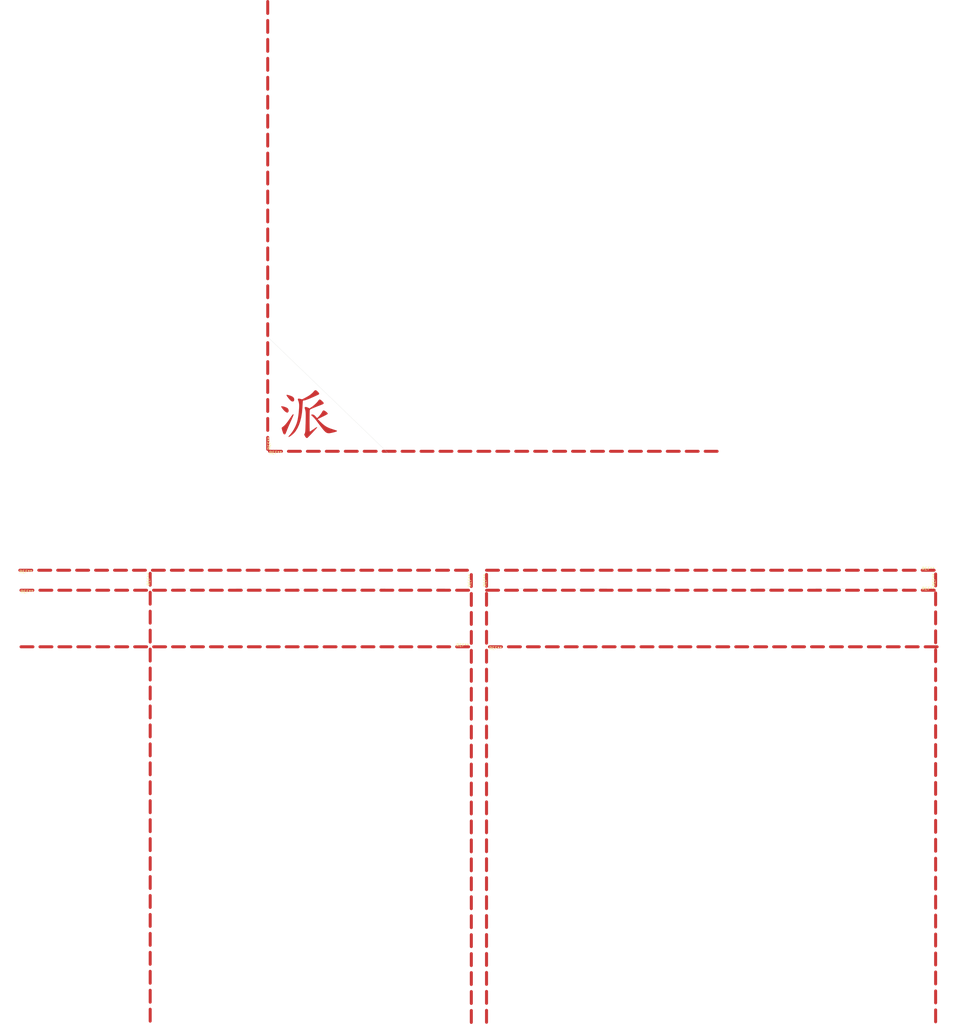
<source format=kicad_pcb>
(kicad_pcb (version 20171130) (host pcbnew 5.1.5+dfsg1-2build2)

  (general
    (thickness 1.6)
    (drawings 185)
    (tracks 0)
    (zones 0)
    (modules 13)
    (nets 1)
  )

  (page A4)
  (layers
    (0 F.Cu signal)
    (31 B.Cu signal)
    (32 B.Adhes user)
    (33 F.Adhes user)
    (34 B.Paste user)
    (35 F.Paste user)
    (36 B.SilkS user)
    (37 F.SilkS user)
    (38 B.Mask user)
    (39 F.Mask user)
    (40 Dwgs.User user)
    (41 Cmts.User user)
    (42 Eco1.User user)
    (43 Eco2.User user)
    (44 Edge.Cuts user)
    (45 Margin user)
    (46 B.CrtYd user)
    (47 F.CrtYd user)
    (48 B.Fab user)
    (49 F.Fab user)
  )

  (setup
    (last_trace_width 0.35)
    (trace_clearance 0.25)
    (zone_clearance 0.508)
    (zone_45_only no)
    (trace_min 0.3)
    (via_size 0.8)
    (via_drill 0.4)
    (via_min_size 0.5)
    (via_min_drill 0.4)
    (uvia_size 0.3)
    (uvia_drill 0.1)
    (uvias_allowed no)
    (uvia_min_size 0.2)
    (uvia_min_drill 0.1)
    (edge_width 0.05)
    (segment_width 0.2)
    (pcb_text_width 0.3)
    (pcb_text_size 1.5 1.5)
    (mod_edge_width 0.12)
    (mod_text_size 1 1)
    (mod_text_width 0.15)
    (pad_size 1.524 1.524)
    (pad_drill 0.762)
    (pad_to_mask_clearance 0.051)
    (solder_mask_min_width 0.25)
    (aux_axis_origin 0 0)
    (visible_elements FFFFFF7F)
    (pcbplotparams
      (layerselection 0x010fc_ffffffff)
      (usegerberextensions false)
      (usegerberattributes false)
      (usegerberadvancedattributes false)
      (creategerberjobfile false)
      (excludeedgelayer true)
      (linewidth 0.100000)
      (plotframeref false)
      (viasonmask false)
      (mode 1)
      (useauxorigin false)
      (hpglpennumber 1)
      (hpglpenspeed 20)
      (hpglpendiameter 15.000000)
      (psnegative false)
      (psa4output false)
      (plotreference true)
      (plotvalue true)
      (plotinvisibletext false)
      (padsonsilk false)
      (subtractmaskfromsilk false)
      (outputformat 1)
      (mirror false)
      (drillshape 1)
      (scaleselection 1)
      (outputdirectory ""))
  )

  (net 0 "")

  (net_class Default "This is the default net class."
    (clearance 0.25)
    (trace_width 0.35)
    (via_dia 0.8)
    (via_drill 0.4)
    (uvia_dia 0.3)
    (uvia_drill 0.1)
    (diff_pair_width 0.3)
    (diff_pair_gap 0.25)
  )

  (net_class Power ""
    (clearance 0.25)
    (trace_width 0.45)
    (via_dia 1)
    (via_drill 0.4)
    (uvia_dia 0.3)
    (uvia_drill 0.1)
    (diff_pair_width 0.3)
    (diff_pair_gap 0.25)
  )

  (module Digi:Long_Pad_single_sided (layer F.Cu) (tedit 5F2CBB43) (tstamp 5F2E20DA)
    (at 280.25 137.4 270)
    (fp_text reference REF** (at 0 0.5 90) (layer F.SilkS)
      (effects (font (size 1 1) (thickness 0.15)))
    )
    (fp_text value Long_Pad_single_sided (at 0 -0.5 90) (layer F.Fab)
      (effects (font (size 1 1) (thickness 0.15)))
    )
    (pad 1 smd oval (at 146.05 0 270) (size 5 1) (layers F.Cu F.Paste F.Mask))
    (pad 1 smd oval (at 139.7 0 270) (size 5 1) (layers F.Cu F.Paste F.Mask))
    (pad 1 smd oval (at 133.35 0 270) (size 5 1) (layers F.Cu F.Paste F.Mask))
    (pad 1 smd oval (at 127 0 270) (size 5 1) (layers F.Cu F.Paste F.Mask))
    (pad 1 smd oval (at 120.65 0 270) (size 5 1) (layers F.Cu F.Paste F.Mask))
    (pad 1 smd oval (at 114.3 0 270) (size 5 1) (layers F.Cu F.Paste F.Mask))
    (pad 1 smd oval (at 107.95 0 270) (size 5 1) (layers F.Cu F.Paste F.Mask))
    (pad 1 smd oval (at 101.6 0 270) (size 5 1) (layers F.Cu F.Paste F.Mask))
    (pad 1 smd oval (at 95.25 0 270) (size 5 1) (layers F.Cu F.Paste F.Mask))
    (pad 1 smd oval (at 88.9 0 270) (size 5 1) (layers F.Cu F.Paste F.Mask))
    (pad 1 smd oval (at 82.55 0 270) (size 5 1) (layers F.Cu F.Paste F.Mask))
    (pad 1 smd oval (at 76.2 0 270) (size 5 1) (layers F.Cu F.Paste F.Mask))
    (pad 1 smd oval (at 69.85 0 270) (size 5 1) (layers F.Cu F.Paste F.Mask))
    (pad 1 smd oval (at 63.5 0 270) (size 5 1) (layers F.Cu F.Paste F.Mask))
    (pad 1 smd oval (at 57.15 0 270) (size 5 1) (layers F.Cu F.Paste F.Mask))
    (pad 1 smd oval (at 50.8 0 270) (size 5 1) (layers F.Cu F.Paste F.Mask))
    (pad 1 smd oval (at 44.45 0 270) (size 5 1) (layers F.Cu F.Paste F.Mask))
    (pad 1 smd oval (at 38.1 0 270) (size 5 1) (layers F.Cu F.Paste F.Mask))
    (pad 1 smd oval (at 31.75 0 270) (size 5 1) (layers F.Cu F.Paste F.Mask))
    (pad 1 smd oval (at 25.4 0 270) (size 5 1) (layers F.Cu F.Paste F.Mask))
    (pad 1 smd oval (at 19.05 0 270) (size 5 1) (layers F.Cu F.Paste F.Mask))
    (pad 1 smd oval (at 12.7 0 270) (size 5 1) (layers F.Cu F.Paste F.Mask))
    (pad 1 smd oval (at 6.35 0 270) (size 5 1) (layers F.Cu F.Paste F.Mask))
    (pad 1 smd oval (at 0 0 270) (size 5 1) (layers F.Cu F.Paste F.Mask))
  )

  (module Digi:Long_Pad_single_sided (layer F.Cu) (tedit 5F2CBB43) (tstamp 5F2D187A)
    (at 56.35 91.65 90)
    (fp_text reference REF** (at 0 0.5 90) (layer F.SilkS)
      (effects (font (size 1 1) (thickness 0.15)))
    )
    (fp_text value Long_Pad_single_sided (at 0 -0.5 90) (layer F.Fab)
      (effects (font (size 1 1) (thickness 0.15)))
    )
    (pad 1 smd oval (at 0 0 90) (size 5 1) (layers F.Cu F.Paste F.Mask))
    (pad 1 smd oval (at 6.35 0 90) (size 5 1) (layers F.Cu F.Paste F.Mask))
    (pad 1 smd oval (at 12.7 0 90) (size 5 1) (layers F.Cu F.Paste F.Mask))
    (pad 1 smd oval (at 19.05 0 90) (size 5 1) (layers F.Cu F.Paste F.Mask))
    (pad 1 smd oval (at 25.4 0 90) (size 5 1) (layers F.Cu F.Paste F.Mask))
    (pad 1 smd oval (at 31.75 0 90) (size 5 1) (layers F.Cu F.Paste F.Mask))
    (pad 1 smd oval (at 38.1 0 90) (size 5 1) (layers F.Cu F.Paste F.Mask))
    (pad 1 smd oval (at 44.45 0 90) (size 5 1) (layers F.Cu F.Paste F.Mask))
    (pad 1 smd oval (at 50.8 0 90) (size 5 1) (layers F.Cu F.Paste F.Mask))
    (pad 1 smd oval (at 57.15 0 90) (size 5 1) (layers F.Cu F.Paste F.Mask))
    (pad 1 smd oval (at 63.5 0 90) (size 5 1) (layers F.Cu F.Paste F.Mask))
    (pad 1 smd oval (at 69.85 0 90) (size 5 1) (layers F.Cu F.Paste F.Mask))
    (pad 1 smd oval (at 76.2 0 90) (size 5 1) (layers F.Cu F.Paste F.Mask))
    (pad 1 smd oval (at 82.55 0 90) (size 5 1) (layers F.Cu F.Paste F.Mask))
    (pad 1 smd oval (at 88.9 0 90) (size 5 1) (layers F.Cu F.Paste F.Mask))
    (pad 1 smd oval (at 95.25 0 90) (size 5 1) (layers F.Cu F.Paste F.Mask))
    (pad 1 smd oval (at 101.6 0 90) (size 5 1) (layers F.Cu F.Paste F.Mask))
    (pad 1 smd oval (at 107.95 0 90) (size 5 1) (layers F.Cu F.Paste F.Mask))
    (pad 1 smd oval (at 114.3 0 90) (size 5 1) (layers F.Cu F.Paste F.Mask))
    (pad 1 smd oval (at 120.65 0 90) (size 5 1) (layers F.Cu F.Paste F.Mask))
    (pad 1 smd oval (at 127 0 90) (size 5 1) (layers F.Cu F.Paste F.Mask))
    (pad 1 smd oval (at 133.35 0 90) (size 5 1) (layers F.Cu F.Paste F.Mask))
    (pad 1 smd oval (at 139.7 0 90) (size 5 1) (layers F.Cu F.Paste F.Mask))
    (pad 1 smd oval (at 146.05 0 90) (size 5 1) (layers F.Cu F.Paste F.Mask))
  )

  (module Digi:Long_Pad_single_sided (layer F.Cu) (tedit 5F2CBB43) (tstamp 5F2D187A)
    (at 58.95 94.3)
    (fp_text reference REF** (at 0 0.5) (layer F.SilkS)
      (effects (font (size 1 1) (thickness 0.15)))
    )
    (fp_text value Long_Pad_single_sided (at 0 -0.5) (layer F.Fab)
      (effects (font (size 1 1) (thickness 0.15)))
    )
    (pad 1 smd oval (at 0 0) (size 5 1) (layers F.Cu F.Paste F.Mask))
    (pad 1 smd oval (at 6.35 0) (size 5 1) (layers F.Cu F.Paste F.Mask))
    (pad 1 smd oval (at 12.7 0) (size 5 1) (layers F.Cu F.Paste F.Mask))
    (pad 1 smd oval (at 19.05 0) (size 5 1) (layers F.Cu F.Paste F.Mask))
    (pad 1 smd oval (at 25.4 0) (size 5 1) (layers F.Cu F.Paste F.Mask))
    (pad 1 smd oval (at 31.75 0) (size 5 1) (layers F.Cu F.Paste F.Mask))
    (pad 1 smd oval (at 38.1 0) (size 5 1) (layers F.Cu F.Paste F.Mask))
    (pad 1 smd oval (at 44.45 0) (size 5 1) (layers F.Cu F.Paste F.Mask))
    (pad 1 smd oval (at 50.8 0) (size 5 1) (layers F.Cu F.Paste F.Mask))
    (pad 1 smd oval (at 57.15 0) (size 5 1) (layers F.Cu F.Paste F.Mask))
    (pad 1 smd oval (at 63.5 0) (size 5 1) (layers F.Cu F.Paste F.Mask))
    (pad 1 smd oval (at 69.85 0) (size 5 1) (layers F.Cu F.Paste F.Mask))
    (pad 1 smd oval (at 76.2 0) (size 5 1) (layers F.Cu F.Paste F.Mask))
    (pad 1 smd oval (at 82.55 0) (size 5 1) (layers F.Cu F.Paste F.Mask))
    (pad 1 smd oval (at 88.9 0) (size 5 1) (layers F.Cu F.Paste F.Mask))
    (pad 1 smd oval (at 95.25 0) (size 5 1) (layers F.Cu F.Paste F.Mask))
    (pad 1 smd oval (at 101.6 0) (size 5 1) (layers F.Cu F.Paste F.Mask))
    (pad 1 smd oval (at 107.95 0) (size 5 1) (layers F.Cu F.Paste F.Mask))
    (pad 1 smd oval (at 114.3 0) (size 5 1) (layers F.Cu F.Paste F.Mask))
    (pad 1 smd oval (at 120.65 0) (size 5 1) (layers F.Cu F.Paste F.Mask))
    (pad 1 smd oval (at 127 0) (size 5 1) (layers F.Cu F.Paste F.Mask))
    (pad 1 smd oval (at 133.35 0) (size 5 1) (layers F.Cu F.Paste F.Mask))
    (pad 1 smd oval (at 139.7 0) (size 5 1) (layers F.Cu F.Paste F.Mask))
    (pad 1 smd oval (at 146.05 0) (size 5 1) (layers F.Cu F.Paste F.Mask))
  )

  (module Digi:Long_Pad_single_sided (layer F.Cu) (tedit 5F2CBB43) (tstamp 5F2D187A)
    (at 121.7 159.8 180)
    (fp_text reference REF** (at 0 0.5) (layer F.SilkS)
      (effects (font (size 1 1) (thickness 0.15)))
    )
    (fp_text value Long_Pad_single_sided (at 0 -0.5) (layer F.Fab)
      (effects (font (size 1 1) (thickness 0.15)))
    )
    (pad 1 smd oval (at 0 0 180) (size 5 1) (layers F.Cu F.Paste F.Mask))
    (pad 1 smd oval (at 6.35 0 180) (size 5 1) (layers F.Cu F.Paste F.Mask))
    (pad 1 smd oval (at 12.7 0 180) (size 5 1) (layers F.Cu F.Paste F.Mask))
    (pad 1 smd oval (at 19.05 0 180) (size 5 1) (layers F.Cu F.Paste F.Mask))
    (pad 1 smd oval (at 25.4 0 180) (size 5 1) (layers F.Cu F.Paste F.Mask))
    (pad 1 smd oval (at 31.75 0 180) (size 5 1) (layers F.Cu F.Paste F.Mask))
    (pad 1 smd oval (at 38.1 0 180) (size 5 1) (layers F.Cu F.Paste F.Mask))
    (pad 1 smd oval (at 44.45 0 180) (size 5 1) (layers F.Cu F.Paste F.Mask))
    (pad 1 smd oval (at 50.8 0 180) (size 5 1) (layers F.Cu F.Paste F.Mask))
    (pad 1 smd oval (at 57.15 0 180) (size 5 1) (layers F.Cu F.Paste F.Mask))
    (pad 1 smd oval (at 63.5 0 180) (size 5 1) (layers F.Cu F.Paste F.Mask))
    (pad 1 smd oval (at 69.85 0 180) (size 5 1) (layers F.Cu F.Paste F.Mask))
    (pad 1 smd oval (at 76.2 0 180) (size 5 1) (layers F.Cu F.Paste F.Mask))
    (pad 1 smd oval (at 82.55 0 180) (size 5 1) (layers F.Cu F.Paste F.Mask))
    (pad 1 smd oval (at 88.9 0 180) (size 5 1) (layers F.Cu F.Paste F.Mask))
    (pad 1 smd oval (at 95.25 0 180) (size 5 1) (layers F.Cu F.Paste F.Mask))
    (pad 1 smd oval (at 101.6 0 180) (size 5 1) (layers F.Cu F.Paste F.Mask))
    (pad 1 smd oval (at 107.95 0 180) (size 5 1) (layers F.Cu F.Paste F.Mask))
    (pad 1 smd oval (at 114.3 0 180) (size 5 1) (layers F.Cu F.Paste F.Mask))
    (pad 1 smd oval (at 120.65 0 180) (size 5 1) (layers F.Cu F.Paste F.Mask))
    (pad 1 smd oval (at 127 0 180) (size 5 1) (layers F.Cu F.Paste F.Mask))
    (pad 1 smd oval (at 133.35 0 180) (size 5 1) (layers F.Cu F.Paste F.Mask))
    (pad 1 smd oval (at 139.7 0 180) (size 5 1) (layers F.Cu F.Paste F.Mask))
    (pad 1 smd oval (at 146.05 0 180) (size 5 1) (layers F.Cu F.Paste F.Mask))
  )

  (module Digi:Long_Pad_single_sided (layer F.Cu) (tedit 5F2CBB43) (tstamp 5F2D187A)
    (at 132.7 159.8)
    (fp_text reference REF** (at 0 0.5) (layer F.SilkS)
      (effects (font (size 1 1) (thickness 0.15)))
    )
    (fp_text value Long_Pad_single_sided (at 0 -0.5) (layer F.Fab)
      (effects (font (size 1 1) (thickness 0.15)))
    )
    (pad 1 smd oval (at 0 0) (size 5 1) (layers F.Cu F.Paste F.Mask))
    (pad 1 smd oval (at 6.35 0) (size 5 1) (layers F.Cu F.Paste F.Mask))
    (pad 1 smd oval (at 12.7 0) (size 5 1) (layers F.Cu F.Paste F.Mask))
    (pad 1 smd oval (at 19.05 0) (size 5 1) (layers F.Cu F.Paste F.Mask))
    (pad 1 smd oval (at 25.4 0) (size 5 1) (layers F.Cu F.Paste F.Mask))
    (pad 1 smd oval (at 31.75 0) (size 5 1) (layers F.Cu F.Paste F.Mask))
    (pad 1 smd oval (at 38.1 0) (size 5 1) (layers F.Cu F.Paste F.Mask))
    (pad 1 smd oval (at 44.45 0) (size 5 1) (layers F.Cu F.Paste F.Mask))
    (pad 1 smd oval (at 50.8 0) (size 5 1) (layers F.Cu F.Paste F.Mask))
    (pad 1 smd oval (at 57.15 0) (size 5 1) (layers F.Cu F.Paste F.Mask))
    (pad 1 smd oval (at 63.5 0) (size 5 1) (layers F.Cu F.Paste F.Mask))
    (pad 1 smd oval (at 69.85 0) (size 5 1) (layers F.Cu F.Paste F.Mask))
    (pad 1 smd oval (at 76.2 0) (size 5 1) (layers F.Cu F.Paste F.Mask))
    (pad 1 smd oval (at 82.55 0) (size 5 1) (layers F.Cu F.Paste F.Mask))
    (pad 1 smd oval (at 88.9 0) (size 5 1) (layers F.Cu F.Paste F.Mask))
    (pad 1 smd oval (at 95.25 0) (size 5 1) (layers F.Cu F.Paste F.Mask))
    (pad 1 smd oval (at 101.6 0) (size 5 1) (layers F.Cu F.Paste F.Mask))
    (pad 1 smd oval (at 107.95 0) (size 5 1) (layers F.Cu F.Paste F.Mask))
    (pad 1 smd oval (at 114.3 0) (size 5 1) (layers F.Cu F.Paste F.Mask))
    (pad 1 smd oval (at 120.65 0) (size 5 1) (layers F.Cu F.Paste F.Mask))
    (pad 1 smd oval (at 127 0) (size 5 1) (layers F.Cu F.Paste F.Mask))
    (pad 1 smd oval (at 133.35 0) (size 5 1) (layers F.Cu F.Paste F.Mask))
    (pad 1 smd oval (at 139.7 0) (size 5 1) (layers F.Cu F.Paste F.Mask))
    (pad 1 smd oval (at 146.05 0) (size 5 1) (layers F.Cu F.Paste F.Mask))
  )

  (module Digi:Long_Pad_single_sided (layer F.Cu) (tedit 5F2CBB43) (tstamp 5F2D187A)
    (at -24.375 140.85)
    (fp_text reference REF** (at 0 0.5) (layer F.SilkS)
      (effects (font (size 1 1) (thickness 0.15)))
    )
    (fp_text value Long_Pad_single_sided (at 0 -0.5) (layer F.Fab)
      (effects (font (size 1 1) (thickness 0.15)))
    )
    (pad 1 smd oval (at 0 0) (size 5 1) (layers F.Cu F.Paste F.Mask))
    (pad 1 smd oval (at 6.35 0) (size 5 1) (layers F.Cu F.Paste F.Mask))
    (pad 1 smd oval (at 12.7 0) (size 5 1) (layers F.Cu F.Paste F.Mask))
    (pad 1 smd oval (at 19.05 0) (size 5 1) (layers F.Cu F.Paste F.Mask))
    (pad 1 smd oval (at 25.4 0) (size 5 1) (layers F.Cu F.Paste F.Mask))
    (pad 1 smd oval (at 31.75 0) (size 5 1) (layers F.Cu F.Paste F.Mask))
    (pad 1 smd oval (at 38.1 0) (size 5 1) (layers F.Cu F.Paste F.Mask))
    (pad 1 smd oval (at 44.45 0) (size 5 1) (layers F.Cu F.Paste F.Mask))
    (pad 1 smd oval (at 50.8 0) (size 5 1) (layers F.Cu F.Paste F.Mask))
    (pad 1 smd oval (at 57.15 0) (size 5 1) (layers F.Cu F.Paste F.Mask))
    (pad 1 smd oval (at 63.5 0) (size 5 1) (layers F.Cu F.Paste F.Mask))
    (pad 1 smd oval (at 69.85 0) (size 5 1) (layers F.Cu F.Paste F.Mask))
    (pad 1 smd oval (at 76.2 0) (size 5 1) (layers F.Cu F.Paste F.Mask))
    (pad 1 smd oval (at 82.55 0) (size 5 1) (layers F.Cu F.Paste F.Mask))
    (pad 1 smd oval (at 88.9 0) (size 5 1) (layers F.Cu F.Paste F.Mask))
    (pad 1 smd oval (at 95.25 0) (size 5 1) (layers F.Cu F.Paste F.Mask))
    (pad 1 smd oval (at 101.6 0) (size 5 1) (layers F.Cu F.Paste F.Mask))
    (pad 1 smd oval (at 107.95 0) (size 5 1) (layers F.Cu F.Paste F.Mask))
    (pad 1 smd oval (at 114.3 0) (size 5 1) (layers F.Cu F.Paste F.Mask))
    (pad 1 smd oval (at 120.65 0) (size 5 1) (layers F.Cu F.Paste F.Mask))
    (pad 1 smd oval (at 127 0) (size 5 1) (layers F.Cu F.Paste F.Mask))
    (pad 1 smd oval (at 133.35 0) (size 5 1) (layers F.Cu F.Paste F.Mask))
    (pad 1 smd oval (at 139.7 0) (size 5 1) (layers F.Cu F.Paste F.Mask))
    (pad 1 smd oval (at 146.05 0) (size 5 1) (layers F.Cu F.Paste F.Mask))
  )

  (module Digi:Long_Pad_single_sided (layer F.Cu) (tedit 5F2CBB43) (tstamp 5F2D187A)
    (at 16.95 137.175 270)
    (fp_text reference REF** (at 0 0.5 90) (layer F.SilkS)
      (effects (font (size 1 1) (thickness 0.15)))
    )
    (fp_text value Long_Pad_single_sided (at 0 -0.5 90) (layer F.Fab)
      (effects (font (size 1 1) (thickness 0.15)))
    )
    (pad 1 smd oval (at 0 0 270) (size 5 1) (layers F.Cu F.Paste F.Mask))
    (pad 1 smd oval (at 6.35 0 270) (size 5 1) (layers F.Cu F.Paste F.Mask))
    (pad 1 smd oval (at 12.7 0 270) (size 5 1) (layers F.Cu F.Paste F.Mask))
    (pad 1 smd oval (at 19.05 0 270) (size 5 1) (layers F.Cu F.Paste F.Mask))
    (pad 1 smd oval (at 25.4 0 270) (size 5 1) (layers F.Cu F.Paste F.Mask))
    (pad 1 smd oval (at 31.75 0 270) (size 5 1) (layers F.Cu F.Paste F.Mask))
    (pad 1 smd oval (at 38.1 0 270) (size 5 1) (layers F.Cu F.Paste F.Mask))
    (pad 1 smd oval (at 44.45 0 270) (size 5 1) (layers F.Cu F.Paste F.Mask))
    (pad 1 smd oval (at 50.8 0 270) (size 5 1) (layers F.Cu F.Paste F.Mask))
    (pad 1 smd oval (at 57.15 0 270) (size 5 1) (layers F.Cu F.Paste F.Mask))
    (pad 1 smd oval (at 63.5 0 270) (size 5 1) (layers F.Cu F.Paste F.Mask))
    (pad 1 smd oval (at 69.85 0 270) (size 5 1) (layers F.Cu F.Paste F.Mask))
    (pad 1 smd oval (at 76.2 0 270) (size 5 1) (layers F.Cu F.Paste F.Mask))
    (pad 1 smd oval (at 82.55 0 270) (size 5 1) (layers F.Cu F.Paste F.Mask))
    (pad 1 smd oval (at 88.9 0 270) (size 5 1) (layers F.Cu F.Paste F.Mask))
    (pad 1 smd oval (at 95.25 0 270) (size 5 1) (layers F.Cu F.Paste F.Mask))
    (pad 1 smd oval (at 101.6 0 270) (size 5 1) (layers F.Cu F.Paste F.Mask))
    (pad 1 smd oval (at 107.95 0 270) (size 5 1) (layers F.Cu F.Paste F.Mask))
    (pad 1 smd oval (at 114.3 0 270) (size 5 1) (layers F.Cu F.Paste F.Mask))
    (pad 1 smd oval (at 120.65 0 270) (size 5 1) (layers F.Cu F.Paste F.Mask))
    (pad 1 smd oval (at 127 0 270) (size 5 1) (layers F.Cu F.Paste F.Mask))
    (pad 1 smd oval (at 133.35 0 270) (size 5 1) (layers F.Cu F.Paste F.Mask))
    (pad 1 smd oval (at 139.7 0 270) (size 5 1) (layers F.Cu F.Paste F.Mask))
    (pad 1 smd oval (at 146.05 0 270) (size 5 1) (layers F.Cu F.Paste F.Mask))
  )

  (module Digi:Long_Pad_single_sided (layer F.Cu) (tedit 5F2CBB43) (tstamp 5F2D187A)
    (at 124.6 137.6 270)
    (fp_text reference REF** (at 0 0.5 90) (layer F.SilkS)
      (effects (font (size 1 1) (thickness 0.15)))
    )
    (fp_text value Long_Pad_single_sided (at 0 -0.5 90) (layer F.Fab)
      (effects (font (size 1 1) (thickness 0.15)))
    )
    (pad 1 smd oval (at 0 0 270) (size 5 1) (layers F.Cu F.Paste F.Mask))
    (pad 1 smd oval (at 6.35 0 270) (size 5 1) (layers F.Cu F.Paste F.Mask))
    (pad 1 smd oval (at 12.7 0 270) (size 5 1) (layers F.Cu F.Paste F.Mask))
    (pad 1 smd oval (at 19.05 0 270) (size 5 1) (layers F.Cu F.Paste F.Mask))
    (pad 1 smd oval (at 25.4 0 270) (size 5 1) (layers F.Cu F.Paste F.Mask))
    (pad 1 smd oval (at 31.75 0 270) (size 5 1) (layers F.Cu F.Paste F.Mask))
    (pad 1 smd oval (at 38.1 0 270) (size 5 1) (layers F.Cu F.Paste F.Mask))
    (pad 1 smd oval (at 44.45 0 270) (size 5 1) (layers F.Cu F.Paste F.Mask))
    (pad 1 smd oval (at 50.8 0 270) (size 5 1) (layers F.Cu F.Paste F.Mask))
    (pad 1 smd oval (at 57.15 0 270) (size 5 1) (layers F.Cu F.Paste F.Mask))
    (pad 1 smd oval (at 63.5 0 270) (size 5 1) (layers F.Cu F.Paste F.Mask))
    (pad 1 smd oval (at 69.85 0 270) (size 5 1) (layers F.Cu F.Paste F.Mask))
    (pad 1 smd oval (at 76.2 0 270) (size 5 1) (layers F.Cu F.Paste F.Mask))
    (pad 1 smd oval (at 82.55 0 270) (size 5 1) (layers F.Cu F.Paste F.Mask))
    (pad 1 smd oval (at 88.9 0 270) (size 5 1) (layers F.Cu F.Paste F.Mask))
    (pad 1 smd oval (at 95.25 0 270) (size 5 1) (layers F.Cu F.Paste F.Mask))
    (pad 1 smd oval (at 101.6 0 270) (size 5 1) (layers F.Cu F.Paste F.Mask))
    (pad 1 smd oval (at 107.95 0 270) (size 5 1) (layers F.Cu F.Paste F.Mask))
    (pad 1 smd oval (at 114.3 0 270) (size 5 1) (layers F.Cu F.Paste F.Mask))
    (pad 1 smd oval (at 120.65 0 270) (size 5 1) (layers F.Cu F.Paste F.Mask))
    (pad 1 smd oval (at 127 0 270) (size 5 1) (layers F.Cu F.Paste F.Mask))
    (pad 1 smd oval (at 133.35 0 270) (size 5 1) (layers F.Cu F.Paste F.Mask))
    (pad 1 smd oval (at 139.7 0 270) (size 5 1) (layers F.Cu F.Paste F.Mask))
    (pad 1 smd oval (at 146.05 0 270) (size 5 1) (layers F.Cu F.Paste F.Mask))
  )

  (module Digi:Long_Pad_single_sided (layer F.Cu) (tedit 5F2CBB43) (tstamp 5F2D187A)
    (at -24.75 134.15)
    (fp_text reference REF** (at 0 0.5) (layer F.SilkS)
      (effects (font (size 1 1) (thickness 0.15)))
    )
    (fp_text value Long_Pad_single_sided (at 0 -0.5) (layer F.Fab)
      (effects (font (size 1 1) (thickness 0.15)))
    )
    (pad 1 smd oval (at 0 0) (size 5 1) (layers F.Cu F.Paste F.Mask))
    (pad 1 smd oval (at 6.35 0) (size 5 1) (layers F.Cu F.Paste F.Mask))
    (pad 1 smd oval (at 12.7 0) (size 5 1) (layers F.Cu F.Paste F.Mask))
    (pad 1 smd oval (at 19.05 0) (size 5 1) (layers F.Cu F.Paste F.Mask))
    (pad 1 smd oval (at 25.4 0) (size 5 1) (layers F.Cu F.Paste F.Mask))
    (pad 1 smd oval (at 31.75 0) (size 5 1) (layers F.Cu F.Paste F.Mask))
    (pad 1 smd oval (at 38.1 0) (size 5 1) (layers F.Cu F.Paste F.Mask))
    (pad 1 smd oval (at 44.45 0) (size 5 1) (layers F.Cu F.Paste F.Mask))
    (pad 1 smd oval (at 50.8 0) (size 5 1) (layers F.Cu F.Paste F.Mask))
    (pad 1 smd oval (at 57.15 0) (size 5 1) (layers F.Cu F.Paste F.Mask))
    (pad 1 smd oval (at 63.5 0) (size 5 1) (layers F.Cu F.Paste F.Mask))
    (pad 1 smd oval (at 69.85 0) (size 5 1) (layers F.Cu F.Paste F.Mask))
    (pad 1 smd oval (at 76.2 0) (size 5 1) (layers F.Cu F.Paste F.Mask))
    (pad 1 smd oval (at 82.55 0) (size 5 1) (layers F.Cu F.Paste F.Mask))
    (pad 1 smd oval (at 88.9 0) (size 5 1) (layers F.Cu F.Paste F.Mask))
    (pad 1 smd oval (at 95.25 0) (size 5 1) (layers F.Cu F.Paste F.Mask))
    (pad 1 smd oval (at 101.6 0) (size 5 1) (layers F.Cu F.Paste F.Mask))
    (pad 1 smd oval (at 107.95 0) (size 5 1) (layers F.Cu F.Paste F.Mask))
    (pad 1 smd oval (at 114.3 0) (size 5 1) (layers F.Cu F.Paste F.Mask))
    (pad 1 smd oval (at 120.65 0) (size 5 1) (layers F.Cu F.Paste F.Mask))
    (pad 1 smd oval (at 127 0) (size 5 1) (layers F.Cu F.Paste F.Mask))
    (pad 1 smd oval (at 133.35 0) (size 5 1) (layers F.Cu F.Paste F.Mask))
    (pad 1 smd oval (at 139.7 0) (size 5 1) (layers F.Cu F.Paste F.Mask))
    (pad 1 smd oval (at 146.05 0) (size 5 1) (layers F.Cu F.Paste F.Mask))
  )

  (module Digi:Long_Pad_single_sided (layer F.Cu) (tedit 5F2CBB43) (tstamp 5F2D187A)
    (at 129.7 137.55 270)
    (fp_text reference REF** (at 0 0.5 90) (layer F.SilkS)
      (effects (font (size 1 1) (thickness 0.15)))
    )
    (fp_text value Long_Pad_single_sided (at 0 -0.5 90) (layer F.Fab)
      (effects (font (size 1 1) (thickness 0.15)))
    )
    (pad 1 smd oval (at 0 0 270) (size 5 1) (layers F.Cu F.Paste F.Mask))
    (pad 1 smd oval (at 6.35 0 270) (size 5 1) (layers F.Cu F.Paste F.Mask))
    (pad 1 smd oval (at 12.7 0 270) (size 5 1) (layers F.Cu F.Paste F.Mask))
    (pad 1 smd oval (at 19.05 0 270) (size 5 1) (layers F.Cu F.Paste F.Mask))
    (pad 1 smd oval (at 25.4 0 270) (size 5 1) (layers F.Cu F.Paste F.Mask))
    (pad 1 smd oval (at 31.75 0 270) (size 5 1) (layers F.Cu F.Paste F.Mask))
    (pad 1 smd oval (at 38.1 0 270) (size 5 1) (layers F.Cu F.Paste F.Mask))
    (pad 1 smd oval (at 44.45 0 270) (size 5 1) (layers F.Cu F.Paste F.Mask))
    (pad 1 smd oval (at 50.8 0 270) (size 5 1) (layers F.Cu F.Paste F.Mask))
    (pad 1 smd oval (at 57.15 0 270) (size 5 1) (layers F.Cu F.Paste F.Mask))
    (pad 1 smd oval (at 63.5 0 270) (size 5 1) (layers F.Cu F.Paste F.Mask))
    (pad 1 smd oval (at 69.85 0 270) (size 5 1) (layers F.Cu F.Paste F.Mask))
    (pad 1 smd oval (at 76.2 0 270) (size 5 1) (layers F.Cu F.Paste F.Mask))
    (pad 1 smd oval (at 82.55 0 270) (size 5 1) (layers F.Cu F.Paste F.Mask))
    (pad 1 smd oval (at 88.9 0 270) (size 5 1) (layers F.Cu F.Paste F.Mask))
    (pad 1 smd oval (at 95.25 0 270) (size 5 1) (layers F.Cu F.Paste F.Mask))
    (pad 1 smd oval (at 101.6 0 270) (size 5 1) (layers F.Cu F.Paste F.Mask))
    (pad 1 smd oval (at 107.95 0 270) (size 5 1) (layers F.Cu F.Paste F.Mask))
    (pad 1 smd oval (at 114.3 0 270) (size 5 1) (layers F.Cu F.Paste F.Mask))
    (pad 1 smd oval (at 120.65 0 270) (size 5 1) (layers F.Cu F.Paste F.Mask))
    (pad 1 smd oval (at 127 0 270) (size 5 1) (layers F.Cu F.Paste F.Mask))
    (pad 1 smd oval (at 133.35 0 270) (size 5 1) (layers F.Cu F.Paste F.Mask))
    (pad 1 smd oval (at 139.7 0 270) (size 5 1) (layers F.Cu F.Paste F.Mask))
    (pad 1 smd oval (at 146.05 0 270) (size 5 1) (layers F.Cu F.Paste F.Mask))
  )

  (module Digi:Long_Pad_single_sided (layer F.Cu) (tedit 5F2CBB43) (tstamp 5F2D187A)
    (at 277.775 140.85 180)
    (fp_text reference REF** (at 0 0.5) (layer F.SilkS)
      (effects (font (size 1 1) (thickness 0.15)))
    )
    (fp_text value Long_Pad_single_sided (at 0 -0.5) (layer F.Fab)
      (effects (font (size 1 1) (thickness 0.15)))
    )
    (pad 1 smd oval (at 0 0 180) (size 5 1) (layers F.Cu F.Paste F.Mask))
    (pad 1 smd oval (at 6.35 0 180) (size 5 1) (layers F.Cu F.Paste F.Mask))
    (pad 1 smd oval (at 12.7 0 180) (size 5 1) (layers F.Cu F.Paste F.Mask))
    (pad 1 smd oval (at 19.05 0 180) (size 5 1) (layers F.Cu F.Paste F.Mask))
    (pad 1 smd oval (at 25.4 0 180) (size 5 1) (layers F.Cu F.Paste F.Mask))
    (pad 1 smd oval (at 31.75 0 180) (size 5 1) (layers F.Cu F.Paste F.Mask))
    (pad 1 smd oval (at 38.1 0 180) (size 5 1) (layers F.Cu F.Paste F.Mask))
    (pad 1 smd oval (at 44.45 0 180) (size 5 1) (layers F.Cu F.Paste F.Mask))
    (pad 1 smd oval (at 50.8 0 180) (size 5 1) (layers F.Cu F.Paste F.Mask))
    (pad 1 smd oval (at 57.15 0 180) (size 5 1) (layers F.Cu F.Paste F.Mask))
    (pad 1 smd oval (at 63.5 0 180) (size 5 1) (layers F.Cu F.Paste F.Mask))
    (pad 1 smd oval (at 69.85 0 180) (size 5 1) (layers F.Cu F.Paste F.Mask))
    (pad 1 smd oval (at 76.2 0 180) (size 5 1) (layers F.Cu F.Paste F.Mask))
    (pad 1 smd oval (at 82.55 0 180) (size 5 1) (layers F.Cu F.Paste F.Mask))
    (pad 1 smd oval (at 88.9 0 180) (size 5 1) (layers F.Cu F.Paste F.Mask))
    (pad 1 smd oval (at 95.25 0 180) (size 5 1) (layers F.Cu F.Paste F.Mask))
    (pad 1 smd oval (at 101.6 0 180) (size 5 1) (layers F.Cu F.Paste F.Mask))
    (pad 1 smd oval (at 107.95 0 180) (size 5 1) (layers F.Cu F.Paste F.Mask))
    (pad 1 smd oval (at 114.3 0 180) (size 5 1) (layers F.Cu F.Paste F.Mask))
    (pad 1 smd oval (at 120.65 0 180) (size 5 1) (layers F.Cu F.Paste F.Mask))
    (pad 1 smd oval (at 127 0 180) (size 5 1) (layers F.Cu F.Paste F.Mask))
    (pad 1 smd oval (at 133.35 0 180) (size 5 1) (layers F.Cu F.Paste F.Mask))
    (pad 1 smd oval (at 139.7 0 180) (size 5 1) (layers F.Cu F.Paste F.Mask))
    (pad 1 smd oval (at 146.05 0 180) (size 5 1) (layers F.Cu F.Paste F.Mask))
  )

  (module Digi:Long_Pad_single_sided (layer F.Cu) (tedit 5F2CBB43) (tstamp 5F2D185A)
    (at 277.75 134.15 180)
    (fp_text reference REF** (at 0 0.5) (layer F.SilkS)
      (effects (font (size 1 1) (thickness 0.15)))
    )
    (fp_text value Long_Pad_single_sided (at 0 -0.5) (layer F.Fab)
      (effects (font (size 1 1) (thickness 0.15)))
    )
    (pad 1 smd oval (at 146.05 0 180) (size 5 1) (layers F.Cu F.Paste F.Mask))
    (pad 1 smd oval (at 139.7 0 180) (size 5 1) (layers F.Cu F.Paste F.Mask))
    (pad 1 smd oval (at 133.35 0 180) (size 5 1) (layers F.Cu F.Paste F.Mask))
    (pad 1 smd oval (at 127 0 180) (size 5 1) (layers F.Cu F.Paste F.Mask))
    (pad 1 smd oval (at 120.65 0 180) (size 5 1) (layers F.Cu F.Paste F.Mask))
    (pad 1 smd oval (at 114.3 0 180) (size 5 1) (layers F.Cu F.Paste F.Mask))
    (pad 1 smd oval (at 107.95 0 180) (size 5 1) (layers F.Cu F.Paste F.Mask))
    (pad 1 smd oval (at 101.6 0 180) (size 5 1) (layers F.Cu F.Paste F.Mask))
    (pad 1 smd oval (at 95.25 0 180) (size 5 1) (layers F.Cu F.Paste F.Mask))
    (pad 1 smd oval (at 88.9 0 180) (size 5 1) (layers F.Cu F.Paste F.Mask))
    (pad 1 smd oval (at 82.55 0 180) (size 5 1) (layers F.Cu F.Paste F.Mask))
    (pad 1 smd oval (at 76.2 0 180) (size 5 1) (layers F.Cu F.Paste F.Mask))
    (pad 1 smd oval (at 69.85 0 180) (size 5 1) (layers F.Cu F.Paste F.Mask))
    (pad 1 smd oval (at 63.5 0 180) (size 5 1) (layers F.Cu F.Paste F.Mask))
    (pad 1 smd oval (at 57.15 0 180) (size 5 1) (layers F.Cu F.Paste F.Mask))
    (pad 1 smd oval (at 50.8 0 180) (size 5 1) (layers F.Cu F.Paste F.Mask))
    (pad 1 smd oval (at 44.45 0 180) (size 5 1) (layers F.Cu F.Paste F.Mask))
    (pad 1 smd oval (at 38.1 0 180) (size 5 1) (layers F.Cu F.Paste F.Mask))
    (pad 1 smd oval (at 31.75 0 180) (size 5 1) (layers F.Cu F.Paste F.Mask))
    (pad 1 smd oval (at 25.4 0 180) (size 5 1) (layers F.Cu F.Paste F.Mask))
    (pad 1 smd oval (at 19.05 0 180) (size 5 1) (layers F.Cu F.Paste F.Mask))
    (pad 1 smd oval (at 12.7 0 180) (size 5 1) (layers F.Cu F.Paste F.Mask))
    (pad 1 smd oval (at 6.35 0 180) (size 5 1) (layers F.Cu F.Paste F.Mask))
    (pad 1 smd oval (at 0 0 180) (size 5 1) (layers F.Cu F.Paste F.Mask))
  )

  (module Digi:PieCn (layer F.Cu) (tedit 0) (tstamp 5F2D1634)
    (at 69.55 81.7)
    (fp_text reference G*** (at 0 0) (layer F.SilkS) hide
      (effects (font (size 1.524 1.524) (thickness 0.3)))
    )
    (fp_text value LOGO (at 0.75 0) (layer F.SilkS) hide
      (effects (font (size 1.524 1.524) (thickness 0.3)))
    )
    (fp_poly (pts (xy -6.532442 -6.29698) (xy -6.224503 -6.21854) (xy -5.786887 -6.08446) (xy -5.655972 -6.042303)
      (xy -5.106219 -5.826809) (xy -4.711737 -5.581203) (xy -4.459331 -5.292462) (xy -4.335803 -4.947564)
      (xy -4.318 -4.722044) (xy -4.376984 -4.379627) (xy -4.538124 -4.157467) (xy -4.777709 -4.06255)
      (xy -5.072022 -4.101864) (xy -5.397352 -4.282395) (xy -5.505349 -4.372227) (xy -5.746699 -4.61145)
      (xy -6.01149 -4.907942) (xy -6.277535 -5.232259) (xy -6.522648 -5.55496) (xy -6.724641 -5.846601)
      (xy -6.861327 -6.07774) (xy -6.910521 -6.218934) (xy -6.907991 -6.233575) (xy -6.851207 -6.300987)
      (xy -6.733684 -6.323293) (xy -6.532442 -6.29698)) (layer F.Cu) (width 0.01))
    (fp_poly (pts (xy -8.319253 -2.489819) (xy -8.000113 -2.427968) (xy -7.63663 -2.327813) (xy -7.265172 -2.200454)
      (xy -6.922109 -2.056989) (xy -6.643809 -1.90852) (xy -6.482607 -1.783852) (xy -6.293492 -1.49965)
      (xy -6.194687 -1.167689) (xy -6.192234 -0.841663) (xy -6.292172 -0.575269) (xy -6.340172 -0.517828)
      (xy -6.491533 -0.390527) (xy -6.637985 -0.350581) (xy -6.831068 -0.397941) (xy -7.091242 -0.517117)
      (xy -7.29991 -0.657826) (xy -7.552331 -0.883803) (xy -7.825267 -1.166694) (xy -8.095478 -1.478149)
      (xy -8.339726 -1.789816) (xy -8.53477 -2.073342) (xy -8.657371 -2.300377) (xy -8.684291 -2.442568)
      (xy -8.679029 -2.454208) (xy -8.557681 -2.502266) (xy -8.319253 -2.489819)) (layer F.Cu) (width 0.01))
    (fp_poly (pts (xy 5.930607 -0.9596) (xy 6.318677 -0.694036) (xy 6.338513 -0.678435) (xy 6.668975 -0.392429)
      (xy 6.855235 -0.166412) (xy 6.905741 0.012924) (xy 6.853408 0.132532) (xy 6.749422 0.204757)
      (xy 6.516774 0.336825) (xy 6.179752 0.515912) (xy 5.762643 0.729196) (xy 5.289735 0.963851)
      (xy 5.150212 1.03184) (xy 3.548025 1.80944) (xy 4.419846 2.689551) (xy 5.097851 3.339581)
      (xy 5.735257 3.868362) (xy 6.373159 4.300247) (xy 7.052651 4.659592) (xy 7.81483 4.970753)
      (xy 8.700791 5.258085) (xy 8.805333 5.288635) (xy 9.212777 5.412702) (xy 9.566328 5.531633)
      (xy 9.831011 5.632867) (xy 9.971852 5.703845) (xy 9.979282 5.710234) (xy 10.025267 5.811446)
      (xy 9.948783 5.912377) (xy 9.738963 6.018228) (xy 9.384939 6.134195) (xy 8.875841 6.265479)
      (xy 8.763 6.292044) (xy 8.253291 6.408432) (xy 7.873768 6.487757) (xy 7.590445 6.534429)
      (xy 7.36933 6.552858) (xy 7.176437 6.547456) (xy 6.981496 6.523207) (xy 6.774382 6.479675)
      (xy 6.574427 6.407796) (xy 6.37094 6.296272) (xy 6.153234 6.13381) (xy 5.91062 5.909114)
      (xy 5.632411 5.610889) (xy 5.307917 5.227839) (xy 4.926451 4.748669) (xy 4.477324 4.162084)
      (xy 3.949847 3.456789) (xy 3.486746 2.830017) (xy 3.020093 2.211669) (xy 2.614495 1.711134)
      (xy 2.244878 1.300433) (xy 1.886169 0.951583) (xy 1.540838 0.658503) (xy 1.410158 0.490095)
      (xy 1.434513 0.347224) (xy 1.599795 0.263473) (xy 1.710763 0.254) (xy 2.11859 0.336044)
      (xy 2.518349 0.583507) (xy 2.89715 0.978034) (xy 3.091257 1.20632) (xy 3.252814 1.370496)
      (xy 3.347093 1.435303) (xy 3.347516 1.435327) (xy 3.476383 1.373635) (xy 3.676731 1.19919)
      (xy 3.92535 0.939626) (xy 4.19903 0.622575) (xy 4.474562 0.275668) (xy 4.728737 -0.073463)
      (xy 4.938344 -0.397185) (xy 5.037714 -0.576935) (xy 5.178677 -0.826914) (xy 5.310101 -1.009205)
      (xy 5.383695 -1.072874) (xy 5.621889 -1.084664) (xy 5.930607 -0.9596)) (layer F.Cu) (width 0.01))
    (fp_poly (pts (xy -4.563885 0.208843) (xy -4.533578 0.247672) (xy -4.545876 0.363496) (xy -4.632079 0.625216)
      (xy -4.789965 1.027472) (xy -5.017312 1.564904) (xy -5.311897 2.23215) (xy -5.6715 3.023851)
      (xy -5.799662 3.302) (xy -6.041753 3.839758) (xy -6.300513 4.437829) (xy -6.547519 5.029164)
      (xy -6.754348 5.546718) (xy -6.784198 5.624455) (xy -6.94325 6.032745) (xy -7.08851 6.388863)
      (xy -7.206182 6.66016) (xy -7.282471 6.81399) (xy -7.294022 6.830955) (xy -7.474269 6.933389)
      (xy -7.692998 6.916083) (xy -7.878921 6.788234) (xy -7.904679 6.752167) (xy -8.002653 6.553932)
      (xy -8.118163 6.258423) (xy -8.238518 5.907191) (xy -8.351028 5.541784) (xy -8.443001 5.203752)
      (xy -8.501747 4.934645) (xy -8.514574 4.776011) (xy -8.511805 4.764462) (xy -8.417233 4.637433)
      (xy -8.225781 4.462418) (xy -8.035477 4.318) (xy -7.687402 4.036119) (xy -7.306263 3.650567)
      (xy -6.882622 3.149983) (xy -6.407043 2.523005) (xy -5.870089 1.758271) (xy -5.697331 1.502833)
      (xy -5.356071 1.001373) (xy -5.091609 0.631334) (xy -4.892053 0.379889) (xy -4.745509 0.23421)
      (xy -4.640084 0.181471) (xy -4.563885 0.208843)) (layer F.Cu) (width 0.01))
    (fp_poly (pts (xy 3.13491 -7.762081) (xy 3.434625 -7.511024) (xy 3.576322 -7.372771) (xy 3.849452 -7.081644)
      (xy 4.002725 -6.869649) (xy 4.051649 -6.714181) (xy 4.049609 -6.682918) (xy 4.039175 -6.610376)
      (xy 4.01883 -6.550957) (xy 3.968067 -6.492565) (xy 3.866378 -6.423105) (xy 3.693253 -6.330482)
      (xy 3.428184 -6.2026) (xy 3.050663 -6.027364) (xy 2.540182 -5.792679) (xy 2.54 -5.792595)
      (xy 1.71781 -5.423152) (xy 0.965696 -5.102351) (xy 0.299697 -4.836345) (xy -0.264147 -4.631289)
      (xy -0.709795 -4.493337) (xy -1.012224 -4.429665) (xy -1.42109 -4.381241) (xy -1.47066 -3.693454)
      (xy -1.497214 -3.299909) (xy -1.527322 -2.814841) (xy -1.556251 -2.315859) (xy -1.569379 -2.074333)
      (xy -1.70644 -0.455242) (xy -1.939693 1.046975) (xy -2.267563 2.427128) (xy -2.68847 3.680024)
      (xy -3.200836 4.800473) (xy -3.803085 5.783284) (xy -4.062994 6.129423) (xy -4.337214 6.443337)
      (xy -4.654158 6.757285) (xy -4.992238 7.055741) (xy -5.329864 7.323176) (xy -5.645446 7.544062)
      (xy -5.917395 7.702873) (xy -6.124121 7.784079) (xy -6.244035 7.772153) (xy -6.265333 7.713416)
      (xy -6.211618 7.622757) (xy -6.066575 7.437944) (xy -5.854356 7.188668) (xy -5.673855 6.986308)
      (xy -5.034159 6.189008) (xy -4.441173 5.26731) (xy -3.920594 4.264841) (xy -3.560141 3.397897)
      (xy -3.354534 2.773771) (xy -3.178507 2.089004) (xy -3.028182 1.321264) (xy -2.899684 0.448221)
      (xy -2.789139 -0.552457) (xy -2.706224 -1.522295) (xy -2.662762 -2.234884) (xy -2.655054 -2.816525)
      (xy -2.686087 -3.302402) (xy -2.758852 -3.727699) (xy -2.876337 -4.127601) (xy -2.942482 -4.30336)
      (xy -3.052726 -4.592838) (xy -3.100285 -4.770806) (xy -3.090386 -4.880872) (xy -3.028256 -4.966646)
      (xy -3.022669 -4.972283) (xy -2.938615 -5.037574) (xy -2.829817 -5.060892) (xy -2.653348 -5.041387)
      (xy -2.366277 -4.978209) (xy -2.280856 -4.957597) (xy -1.672272 -4.80968) (xy -0.560969 -5.364994)
      (xy 0.396787 -5.895298) (xy 1.209515 -6.455096) (xy 1.868079 -7.037623) (xy 2.192818 -7.404534)
      (xy 2.450429 -7.696796) (xy 2.673114 -7.854271) (xy 2.891174 -7.876265) (xy 3.13491 -7.762081)) (layer F.Cu) (width 0.01))
    (fp_poly (pts (xy 4.572139 -4.616532) (xy 4.883325 -4.359421) (xy 5.041929 -4.208525) (xy 5.326263 -3.921709)
      (xy 5.507887 -3.698099) (xy 5.577732 -3.519193) (xy 5.526731 -3.366488) (xy 5.345814 -3.221479)
      (xy 5.025915 -3.065666) (xy 4.557964 -2.880543) (xy 4.353538 -2.803916) (xy 3.836664 -2.606888)
      (xy 3.23863 -2.371989) (xy 2.633639 -2.12871) (xy 2.097334 -1.907152) (xy 1.647168 -1.715825)
      (xy 1.329396 -1.573172) (xy 1.119594 -1.463975) (xy 0.993338 -1.373017) (xy 0.926205 -1.285081)
      (xy 0.893772 -1.184948) (xy 0.887732 -1.153494) (xy 0.87062 -0.975838) (xy 0.856052 -0.66294)
      (xy 0.844009 -0.236193) (xy 0.834474 0.28301) (xy 0.827426 0.873277) (xy 0.822848 1.513214)
      (xy 0.820721 2.18143) (xy 0.821026 2.856531) (xy 0.823743 3.517124) (xy 0.828855 4.141818)
      (xy 0.836343 4.709218) (xy 0.846188 5.197933) (xy 0.858371 5.58657) (xy 0.872873 5.853735)
      (xy 0.889676 5.978037) (xy 0.893986 5.984214) (xy 0.990712 5.948435) (xy 1.199299 5.829826)
      (xy 1.494056 5.644316) (xy 1.849291 5.407832) (xy 2.076633 5.250995) (xy 2.553069 4.92348)
      (xy 2.908163 4.693159) (xy 3.154579 4.553706) (xy 3.304979 4.498798) (xy 3.372029 4.522108)
      (xy 3.371708 4.604169) (xy 3.308011 4.695574) (xy 3.144989 4.889131) (xy 2.900989 5.165223)
      (xy 2.59436 5.504238) (xy 2.243451 5.88656) (xy 1.866608 6.292576) (xy 1.482181 6.702671)
      (xy 1.108517 7.097232) (xy 0.763966 7.456643) (xy 0.466874 7.761292) (xy 0.235592 7.991563)
      (xy 0.088465 8.127842) (xy 0.049108 8.156018) (xy -0.104255 8.15328) (xy -0.263037 8.098787)
      (xy -0.408891 7.972722) (xy -0.582368 7.745899) (xy -0.717588 7.51884) (xy -0.96951 7.038148)
      (xy -0.774596 6.588241) (xy -0.722778 6.46159) (xy -0.680254 6.331969) (xy -0.645505 6.18037)
      (xy -0.617011 5.987783) (xy -0.593253 5.735198) (xy -0.572712 5.403607) (xy -0.553869 4.973999)
      (xy -0.535204 4.427367) (xy -0.515198 3.7447) (xy -0.498418 3.132667) (xy -0.474917 2.212055)
      (xy -0.459114 1.441944) (xy -0.451781 0.803642) (xy -0.453691 0.278457) (xy -0.465615 -0.152302)
      (xy -0.488325 -0.507327) (xy -0.522593 -0.805308) (xy -0.569192 -1.064938) (xy -0.628894 -1.304908)
      (xy -0.690009 -1.505813) (xy -0.780233 -1.808865) (xy -0.811106 -1.998745) (xy -0.786758 -2.119262)
      (xy -0.752655 -2.17026) (xy -0.570635 -2.260171) (xy -0.276261 -2.238838) (xy 0.117097 -2.108453)
      (xy 0.385343 -1.983719) (xy 0.827586 -1.759965) (xy 1.493293 -2.206729) (xy 1.948328 -2.540119)
      (xy 2.424239 -2.936847) (xy 2.884874 -3.362615) (xy 3.294079 -3.783123) (xy 3.615704 -4.164072)
      (xy 3.735745 -4.334226) (xy 3.932236 -4.596734) (xy 4.120918 -4.732849) (xy 4.326111 -4.740228)
      (xy 4.572139 -4.616532)) (layer F.Cu) (width 0.01))
  )

  (gr_line (start 190.050001 140.249998) (end 180.050001 140.249998) (layer Edge.Cuts) (width 0.05) (tstamp 5F2D2788))
  (gr_line (start 55.775 55.45) (end 96.675 94.850001) (layer Edge.Cuts) (width 0.05) (tstamp 5F2CBA0A))
  (gr_line (start 105.749999 140.275) (end 115.749999 140.275) (layer Edge.Cuts) (width 0.05) (tstamp 5F2CBA09))
  (gr_line (start 85.749999 140.275) (end 95.749999 140.275) (layer Edge.Cuts) (width 0.05) (tstamp 5F2CBA08))
  (gr_line (start 65.749999 140.275) (end 75.749999 140.275) (layer Edge.Cuts) (width 0.05) (tstamp 5F2CBA07))
  (gr_line (start 45.749999 140.275) (end 55.749999 140.275) (layer Edge.Cuts) (width 0.05) (tstamp 5F2CBA06))
  (gr_line (start 25.749999 140.275) (end 35.749999 140.275) (layer Edge.Cuts) (width 0.05) (tstamp 5F2CBA05))
  (gr_line (start 260.05 140.249998) (end 270.05 140.249998) (layer Edge.Cuts) (width 0.05) (tstamp 5F2CB991))
  (gr_line (start 240.05 140.249998) (end 250.05 140.249998) (layer Edge.Cuts) (width 0.05) (tstamp 5F2CB988))
  (gr_line (start 220.050001 140.249998) (end 230.050001 140.249998) (layer Edge.Cuts) (width 0.05) (tstamp 5F2CB994))
  (gr_line (start 200.050001 140.249998) (end 210.050001 140.249998) (layer Edge.Cuts) (width 0.05) (tstamp 5F2CB98B))
  (gr_line (start 160.050001 140.249998) (end 170.050001 140.249998) (layer Edge.Cuts) (width 0.05) (tstamp 5F2CB9C7))
  (gr_line (start 140.050001 140.249998) (end 150.050001 140.249998) (layer Edge.Cuts) (width 0.05) (tstamp 5F2CB9BE))
  (gr_line (start 95.749999 138.675) (end 85.749999 138.675) (layer Edge.Cuts) (width 0.00031))
  (gr_line (start 115.750001 160.399999) (end 115.750001 161.999999) (layer Edge.Cuts) (width 0.00031))
  (gr_line (start 55.749999 140.275) (end 55.749999 138.675) (layer Edge.Cuts) (width 0.00031))
  (gr_line (start 75.749999 140.275) (end 75.749999 138.675) (layer Edge.Cuts) (width 0.00031))
  (gr_line (start 65.749999 138.675) (end 65.749999 140.275) (layer Edge.Cuts) (width 0.00031))
  (gr_line (start 66.675 94.850001) (end 66.675 96.450001) (layer Edge.Cuts) (width 0.00031))
  (gr_line (start 35.749999 138.675) (end 25.749999 138.675) (layer Edge.Cuts) (width 0.00031))
  (gr_line (start 75.749999 138.675) (end 65.749999 138.675) (layer Edge.Cuts) (width 0.00031))
  (gr_line (start 85.749999 138.675) (end 85.749999 140.275) (layer Edge.Cuts) (width 0.00031))
  (gr_line (start 95.750001 160.399999) (end 95.750001 161.999999) (layer Edge.Cuts) (width 0.00031))
  (gr_line (start 230.050001 140.249998) (end 230.050001 138.649998) (layer Edge.Cuts) (width 0.00031) (tstamp 5F2CB979))
  (gr_line (start 270.05 138.649998) (end 260.05 138.649998) (layer Edge.Cuts) (width 0.00031) (tstamp 5F2CB97C))
  (gr_line (start 16.350001 151.999999) (end 16.350001 161.999999) (layer Edge.Cuts) (width 0.00031))
  (gr_line (start 45.750001 133.599999) (end 45.750001 131.999999) (layer Edge.Cuts) (width 0.00031))
  (gr_line (start 45.750001 160.399999) (end 55.750001 160.399999) (layer Edge.Cuts) (width 0.00031))
  (gr_line (start 170.025 133.574999) (end 160.025 133.574999) (layer Edge.Cuts) (width 0.00031))
  (gr_line (start 200.025 133.574999) (end 200.025 131.974999) (layer Edge.Cuts) (width 0.00031))
  (gr_line (start 282.525 151.974999) (end 280.925 151.974999) (layer Edge.Cuts) (width 0.00031))
  (gr_line (start 280.925 141.974999) (end 282.525 141.974999) (layer Edge.Cuts) (width 0.00031))
  (gr_line (start 280.925 151.974999) (end 280.925 141.974999) (layer Edge.Cuts) (width 0.00031))
  (gr_line (start 282.525 131.974999) (end 270.025 131.974999) (layer Edge.Cuts) (width 0.00031))
  (gr_line (start 240.05 138.649998) (end 240.05 140.249998) (layer Edge.Cuts) (width 0.00031) (tstamp 5F2CB97F))
  (gr_line (start 55.775 75.45) (end 54.175 75.45) (layer Edge.Cuts) (width 0.00031))
  (gr_line (start 25.749999 138.675) (end 25.749999 140.275) (layer Edge.Cuts) (width 0.00031))
  (gr_line (start 170.025 131.974999) (end 170.025 133.574999) (layer Edge.Cuts) (width 0.00031))
  (gr_line (start 65.750001 131.999999) (end 55.750001 131.999999) (layer Edge.Cuts) (width 0.00031))
  (gr_line (start 200.025 131.974999) (end 190.025 131.974999) (layer Edge.Cuts) (width 0.00031))
  (gr_line (start 66.675 96.450001) (end 76.675 96.450001) (layer Edge.Cuts) (width 0.00031))
  (gr_line (start 250.05 138.649998) (end 240.05 138.649998) (layer Edge.Cuts) (width 0.00031) (tstamp 5F2CB982))
  (gr_line (start 210.025 133.574999) (end 200.025 133.574999) (layer Edge.Cuts) (width 0.00031))
  (gr_line (start 250.025001 131.974999) (end 250.025001 133.574999) (layer Edge.Cuts) (width 0.00031))
  (gr_line (start 55.775 94.850001) (end 66.675 94.850001) (layer Edge.Cuts) (width 0.00031))
  (gr_line (start 270.05 140.249998) (end 270.05 138.649998) (layer Edge.Cuts) (width 0.00031) (tstamp 5F2CB985))
  (gr_line (start 260.025 133.574999) (end 260.025 131.974999) (layer Edge.Cuts) (width 0.00031))
  (gr_line (start 65.750001 160.399999) (end 75.750001 160.399999) (layer Edge.Cuts) (width 0.00031))
  (gr_line (start 35.750001 160.399999) (end 35.750001 161.999999) (layer Edge.Cuts) (width 0.00031))
  (gr_line (start 190.025 131.974999) (end 190.025 133.574999) (layer Edge.Cuts) (width 0.00031))
  (gr_line (start 140.025 161.974999) (end 140.025 160.374999) (layer Edge.Cuts) (width 0.00031))
  (gr_line (start 140.025 160.374999) (end 150.025001 160.374999) (layer Edge.Cuts) (width 0.00031))
  (gr_line (start 160.025 161.974999) (end 160.025 160.374999) (layer Edge.Cuts) (width 0.00031))
  (gr_line (start 150.025001 161.974999) (end 160.025 161.974999) (layer Edge.Cuts) (width 0.00031))
  (gr_line (start 170.025 161.974999) (end 180.025 161.974999) (layer Edge.Cuts) (width 0.00031))
  (gr_line (start 190.025 160.374999) (end 190.025 161.974999) (layer Edge.Cuts) (width 0.00031))
  (gr_line (start 55.775 65.45) (end 55.775 75.45) (layer Edge.Cuts) (width 0.00031))
  (gr_line (start 127.525 161.974999) (end 140.025 161.974999) (layer Edge.Cuts) (width 0.00031))
  (gr_line (start 140.025 131.974999) (end 127.525 131.974999) (layer Edge.Cuts) (width 0.00031))
  (gr_line (start 150.025001 160.374999) (end 150.025001 161.974999) (layer Edge.Cuts) (width 0.00031))
  (gr_line (start 200.025 160.374999) (end 210.025 160.374999) (layer Edge.Cuts) (width 0.00031))
  (gr_line (start 54.175 85.450001) (end 55.775 85.450001) (layer Edge.Cuts) (width 0.00031))
  (gr_line (start 105.750001 131.999999) (end 95.750001 131.999999) (layer Edge.Cuts) (width 0.00031))
  (gr_line (start 54.175 65.45) (end 55.775 65.45) (layer Edge.Cuts) (width 0.00031))
  (gr_line (start 75.750001 131.999999) (end 75.750001 133.599999) (layer Edge.Cuts) (width 0.00031))
  (gr_line (start 85.750001 131.999999) (end 75.750001 131.999999) (layer Edge.Cuts) (width 0.00031))
  (gr_line (start 150.025001 133.574999) (end 140.025 133.574999) (layer Edge.Cuts) (width 0.00031))
  (gr_line (start 210.025 160.374999) (end 210.025 161.974999) (layer Edge.Cuts) (width 0.00031))
  (gr_line (start 54.175 75.45) (end 54.175 85.450001) (layer Edge.Cuts) (width 0.00031))
  (gr_line (start 95.750001 133.599999) (end 85.750001 133.599999) (layer Edge.Cuts) (width 0.00031))
  (gr_line (start 85.750001 133.599999) (end 85.750001 131.999999) (layer Edge.Cuts) (width 0.00031))
  (gr_line (start 95.750001 131.999999) (end 95.750001 133.599999) (layer Edge.Cuts) (width 0.00031))
  (gr_line (start 115.750001 133.599999) (end 105.750001 133.599999) (layer Edge.Cuts) (width 0.00031))
  (gr_line (start 200.025 161.974999) (end 200.025 160.374999) (layer Edge.Cuts) (width 0.00031))
  (gr_line (start 129.125 141.974999) (end 129.125 151.974999) (layer Edge.Cuts) (width 0.00031))
  (gr_line (start 55.775 85.450001) (end 55.775 94.850001) (layer Edge.Cuts) (width 0.00031))
  (gr_line (start 54.175 55.45) (end 54.175 65.45) (layer Edge.Cuts) (width 0.00031))
  (gr_line (start 35.750001 131.999999) (end 35.750001 133.599999) (layer Edge.Cuts) (width 0.00031))
  (gr_line (start 55.775 55.45) (end 54.175 55.45) (layer Edge.Cuts) (width 0.00031))
  (gr_line (start 180.025 160.374999) (end 190.025 160.374999) (layer Edge.Cuts) (width 0.00031))
  (gr_line (start 129.125 151.974999) (end 127.525 151.974999) (layer Edge.Cuts) (width 0.00031))
  (gr_line (start 127.525 151.974999) (end 127.525 161.974999) (layer Edge.Cuts) (width 0.00031))
  (gr_line (start 140.025 133.574999) (end 140.025 131.974999) (layer Edge.Cuts) (width 0.00031))
  (gr_line (start 190.025 161.974999) (end 200.025 161.974999) (layer Edge.Cuts) (width 0.00031))
  (gr_line (start 45.750001 131.999999) (end 35.750001 131.999999) (layer Edge.Cuts) (width 0.00031))
  (gr_line (start 127.525 131.974999) (end 127.525 141.974999) (layer Edge.Cuts) (width 0.00031))
  (gr_line (start 75.750001 160.399999) (end 75.750001 161.999999) (layer Edge.Cuts) (width 0.00031))
  (gr_line (start 55.750001 160.399999) (end 55.750001 161.999999) (layer Edge.Cuts) (width 0.00031))
  (gr_line (start 190.025 133.574999) (end 180.025 133.574999) (layer Edge.Cuts) (width 0.00031))
  (gr_line (start 16.350001 131.999999) (end 16.350001 141.999999) (layer Edge.Cuts) (width 0.00031))
  (gr_line (start 150.025001 131.974999) (end 150.025001 133.574999) (layer Edge.Cuts) (width 0.00031))
  (gr_line (start 170.025 160.374999) (end 170.025 161.974999) (layer Edge.Cuts) (width 0.00031))
  (gr_line (start 180.025 161.974999) (end 180.025 160.374999) (layer Edge.Cuts) (width 0.00031))
  (gr_line (start 55.750001 161.999999) (end 65.750001 161.999999) (layer Edge.Cuts) (width 0.00031))
  (gr_line (start 160.025 131.974999) (end 150.025001 131.974999) (layer Edge.Cuts) (width 0.00031))
  (gr_line (start 150.050001 140.249998) (end 150.050001 138.649998) (layer Edge.Cuts) (width 0.00031) (tstamp 5F2CB98E))
  (gr_line (start 35.750001 133.599999) (end 25.750001 133.599999) (layer Edge.Cuts) (width 0.00031))
  (gr_line (start 25.750001 131.999999) (end 16.350001 131.999999) (layer Edge.Cuts) (width 0.00031))
  (gr_line (start 25.750001 133.599999) (end 25.750001 131.999999) (layer Edge.Cuts) (width 0.00031))
  (gr_line (start 160.025 160.374999) (end 170.025 160.374999) (layer Edge.Cuts) (width 0.00031))
  (gr_line (start 127.525 141.974999) (end 129.125 141.974999) (layer Edge.Cuts) (width 0.00031))
  (gr_line (start 160.025 133.574999) (end 160.025 131.974999) (layer Edge.Cuts) (width 0.00031))
  (gr_line (start 86.675 96.450001) (end 96.675 96.450001) (layer Edge.Cuts) (width 0.00031))
  (gr_line (start 16.350001 141.999999) (end 14.75 141.999999) (layer Edge.Cuts) (width 0.00031))
  (gr_line (start 105.750001 160.399999) (end 115.750001 160.399999) (layer Edge.Cuts) (width 0.00031))
  (gr_line (start 55.750001 133.599999) (end 45.750001 133.599999) (layer Edge.Cuts) (width 0.00031))
  (gr_line (start 105.750001 161.999999) (end 105.750001 160.399999) (layer Edge.Cuts) (width 0.00031))
  (gr_line (start 85.750001 161.999999) (end 85.750001 160.399999) (layer Edge.Cuts) (width 0.00031))
  (gr_line (start 160.050001 138.649998) (end 160.050001 140.249998) (layer Edge.Cuts) (width 0.00031) (tstamp 5F2CB997))
  (gr_line (start 85.750001 160.399999) (end 95.750001 160.399999) (layer Edge.Cuts) (width 0.00031))
  (gr_line (start 210.050001 138.649998) (end 200.050001 138.649998) (layer Edge.Cuts) (width 0.00031) (tstamp 5F2CB99A))
  (gr_line (start 105.749999 138.675) (end 105.749999 140.275) (layer Edge.Cuts) (width 0.00031))
  (gr_line (start 170.050001 140.249998) (end 170.050001 138.649998) (layer Edge.Cuts) (width 0.00031) (tstamp 5F2CB99D))
  (gr_line (start 230.050001 138.649998) (end 220.050001 138.649998) (layer Edge.Cuts) (width 0.00031) (tstamp 5F2CB9A0))
  (gr_line (start 200.050001 138.649998) (end 200.050001 140.249998) (layer Edge.Cuts) (width 0.00031) (tstamp 5F2CB9A3))
  (gr_line (start 220.050001 138.649998) (end 220.050001 140.249998) (layer Edge.Cuts) (width 0.00031) (tstamp 5F2CB9A6))
  (gr_line (start 170.050001 138.649998) (end 160.050001 138.649998) (layer Edge.Cuts) (width 0.00031) (tstamp 5F2CB9A9))
  (gr_line (start 210.050001 140.249998) (end 210.050001 138.649998) (layer Edge.Cuts) (width 0.00031) (tstamp 5F2CB9AC))
  (gr_line (start 190.050001 140.249998) (end 190.050001 138.649998) (layer Edge.Cuts) (width 0.00031) (tstamp 5F2CB9AF))
  (gr_line (start 115.749999 140.275) (end 115.749999 138.675) (layer Edge.Cuts) (width 0.00031))
  (gr_line (start 75.750001 161.999999) (end 85.750001 161.999999) (layer Edge.Cuts) (width 0.00031))
  (gr_line (start 250.05 140.249998) (end 250.05 138.649998) (layer Edge.Cuts) (width 0.00031) (tstamp 5F2CB9B2))
  (gr_line (start 180.050001 138.649998) (end 180.050001 140.249998) (layer Edge.Cuts) (width 0.00031) (tstamp 5F2CB9B5))
  (gr_line (start 260.05 138.649998) (end 260.05 140.249998) (layer Edge.Cuts) (width 0.00031) (tstamp 5F2CB9B8))
  (gr_line (start 115.749999 138.675) (end 105.749999 138.675) (layer Edge.Cuts) (width 0.00031))
  (gr_line (start 35.749999 140.275) (end 35.749999 138.675) (layer Edge.Cuts) (width 0.00031))
  (gr_line (start 45.749999 138.675) (end 45.749999 140.275) (layer Edge.Cuts) (width 0.00031))
  (gr_line (start 55.749999 138.675) (end 45.749999 138.675) (layer Edge.Cuts) (width 0.00031))
  (gr_line (start 150.050001 138.649998) (end 140.050001 138.649998) (layer Edge.Cuts) (width 0.00031) (tstamp 5F2CB9BB))
  (gr_line (start 86.675 94.850001) (end 86.675 96.450001) (layer Edge.Cuts) (width 0.00031))
  (gr_line (start 250.025001 161.974999) (end 260.025 161.974999) (layer Edge.Cuts) (width 0.00031))
  (gr_line (start 260.025 161.974999) (end 260.025 160.374999) (layer Edge.Cuts) (width 0.00031))
  (gr_line (start 240.025 161.974999) (end 240.025 160.374999) (layer Edge.Cuts) (width 0.00031))
  (gr_line (start 260.025 160.374999) (end 270.025 160.374999) (layer Edge.Cuts) (width 0.00031))
  (gr_line (start 240.025 160.374999) (end 250.025001 160.374999) (layer Edge.Cuts) (width 0.00031))
  (gr_line (start 210.025 161.974999) (end 220.025 161.974999) (layer Edge.Cuts) (width 0.00031))
  (gr_line (start 190.050001 138.649998) (end 180.050001 138.649998) (layer Edge.Cuts) (width 0.00031) (tstamp 5F2CB9C4))
  (gr_line (start 14.75 141.999999) (end 14.75 151.999999) (layer Edge.Cuts) (width 0.00031))
  (gr_line (start 76.675 94.850001) (end 86.675 94.850001) (layer Edge.Cuts) (width 0.00031))
  (gr_line (start 126.750001 141.999999) (end 125.150001 141.999999) (layer Edge.Cuts) (width 0.00031))
  (gr_line (start 250.025001 160.374999) (end 250.025001 161.974999) (layer Edge.Cuts) (width 0.00031))
  (gr_line (start 126.750001 151.999999) (end 126.750001 141.999999) (layer Edge.Cuts) (width 0.00031))
  (gr_line (start 230.025 160.374999) (end 230.025 161.974999) (layer Edge.Cuts) (width 0.00031))
  (gr_line (start 75.750001 133.599999) (end 65.750001 133.599999) (layer Edge.Cuts) (width 0.00031))
  (gr_line (start 125.150001 151.999999) (end 126.750001 151.999999) (layer Edge.Cuts) (width 0.00031))
  (gr_line (start 125.150001 161.999999) (end 125.150001 151.999999) (layer Edge.Cuts) (width 0.00031))
  (gr_line (start 270.025 161.974999) (end 282.525 161.974999) (layer Edge.Cuts) (width 0.00031))
  (gr_line (start 220.025 160.374999) (end 230.025 160.374999) (layer Edge.Cuts) (width 0.00031))
  (gr_line (start 105.750001 133.599999) (end 105.750001 131.999999) (layer Edge.Cuts) (width 0.00031))
  (gr_line (start 115.750001 131.999999) (end 115.750001 133.599999) (layer Edge.Cuts) (width 0.00031))
  (gr_line (start 220.025 161.974999) (end 220.025 160.374999) (layer Edge.Cuts) (width 0.00031))
  (gr_line (start 270.025 131.974999) (end 270.025 133.574999) (layer Edge.Cuts) (width 0.00031))
  (gr_line (start 270.025 160.374999) (end 270.025 161.974999) (layer Edge.Cuts) (width 0.00031))
  (gr_line (start 125.150001 131.999999) (end 115.750001 131.999999) (layer Edge.Cuts) (width 0.00031))
  (gr_line (start 125.150001 141.999999) (end 125.150001 131.999999) (layer Edge.Cuts) (width 0.00031))
  (gr_line (start 230.025 161.974999) (end 240.025 161.974999) (layer Edge.Cuts) (width 0.00031))
  (gr_line (start 220.025 133.574999) (end 220.025 131.974999) (layer Edge.Cuts) (width 0.00031))
  (gr_line (start 282.525 141.974999) (end 282.525 131.974999) (layer Edge.Cuts) (width 0.00031))
  (gr_line (start 95.750001 161.999999) (end 105.750001 161.999999) (layer Edge.Cuts) (width 0.00031))
  (gr_line (start 95.749999 140.275) (end 95.749999 138.675) (layer Edge.Cuts) (width 0.00031))
  (gr_line (start 240.025 131.974999) (end 230.025 131.974999) (layer Edge.Cuts) (width 0.00031))
  (gr_line (start 240.025 133.574999) (end 240.025 131.974999) (layer Edge.Cuts) (width 0.00031))
  (gr_line (start 180.025 133.574999) (end 180.025 131.974999) (layer Edge.Cuts) (width 0.00031))
  (gr_line (start 14.75 151.999999) (end 16.350001 151.999999) (layer Edge.Cuts) (width 0.00031))
  (gr_line (start 45.750001 161.999999) (end 45.750001 160.399999) (layer Edge.Cuts) (width 0.00031))
  (gr_line (start 65.750001 133.599999) (end 65.750001 131.999999) (layer Edge.Cuts) (width 0.00031))
  (gr_line (start 55.750001 131.999999) (end 55.750001 133.599999) (layer Edge.Cuts) (width 0.00031))
  (gr_line (start 16.350001 161.999999) (end 25.750001 161.999999) (layer Edge.Cuts) (width 0.00031))
  (gr_line (start 250.025001 133.574999) (end 240.025 133.574999) (layer Edge.Cuts) (width 0.00031))
  (gr_line (start 140.050001 138.649998) (end 140.050001 140.249998) (layer Edge.Cuts) (width 0.00031) (tstamp 5F2CB9CA))
  (gr_line (start 65.750001 161.999999) (end 65.750001 160.399999) (layer Edge.Cuts) (width 0.00031))
  (gr_line (start 220.025 131.974999) (end 210.025 131.974999) (layer Edge.Cuts) (width 0.00031))
  (gr_line (start 282.525 161.974999) (end 282.525 151.974999) (layer Edge.Cuts) (width 0.00031))
  (gr_line (start 180.025 131.974999) (end 170.025 131.974999) (layer Edge.Cuts) (width 0.00031))
  (gr_line (start 270.025 133.574999) (end 260.025 133.574999) (layer Edge.Cuts) (width 0.00031))
  (gr_line (start 115.750001 161.999999) (end 125.150001 161.999999) (layer Edge.Cuts) (width 0.00031))
  (gr_line (start 210.025 131.974999) (end 210.025 133.574999) (layer Edge.Cuts) (width 0.00031))
  (gr_line (start 25.750001 160.399999) (end 35.750001 160.399999) (layer Edge.Cuts) (width 0.00031))
  (gr_line (start 230.025 133.574999) (end 220.025 133.574999) (layer Edge.Cuts) (width 0.00031))
  (gr_line (start 76.675 96.450001) (end 76.675 94.850001) (layer Edge.Cuts) (width 0.00031))
  (gr_line (start 230.025 131.974999) (end 230.025 133.574999) (layer Edge.Cuts) (width 0.00031))
  (gr_line (start 96.675 96.450001) (end 96.675 94.850001) (layer Edge.Cuts) (width 0.00031))
  (gr_line (start 25.750001 161.999999) (end 25.750001 160.399999) (layer Edge.Cuts) (width 0.00031))
  (gr_line (start 260.025 131.974999) (end 250.025001 131.974999) (layer Edge.Cuts) (width 0.00031))
  (gr_line (start 35.750001 161.999999) (end 45.750001 161.999999) (layer Edge.Cuts) (width 0.00031))

)

</source>
